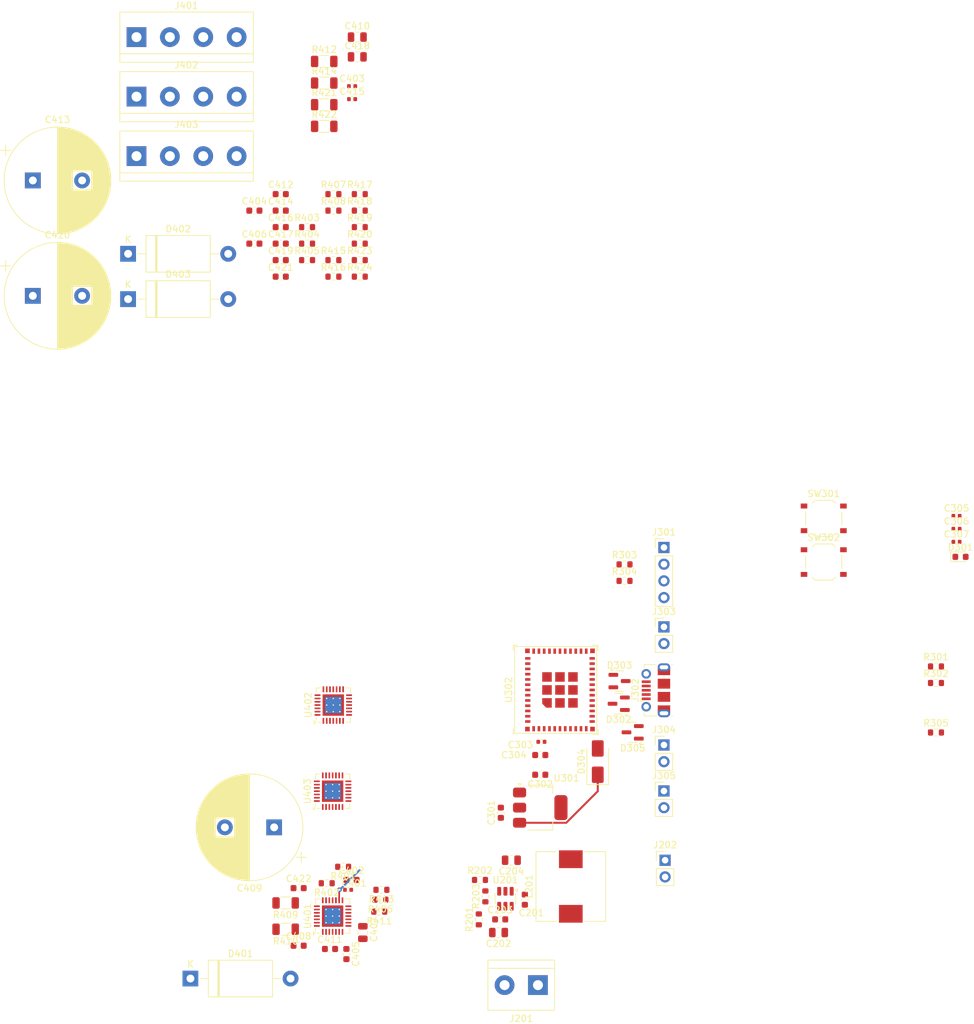
<source format=kicad_pcb>
(kicad_pcb (version 20241229) (generator "pcbnew") (generator_version "9.0")
  (layers (0 "F.Cu" signal) (2 "B.Cu" signal) (13 "F.Paste" user) (15 "B.Paste" user) (5 "F.SilkS" user "F.Silkscreen") (7 "B.SilkS" user "B.Silkscreen") (1 "F.Mask" user) (3 "B.Mask" user) (25 "Edge.Cuts" user))
  (net 0 "")
  (net 1 "+24V")
  (net 2 "GND")
  (net 3 "/Power Supply/BUCK_SW")
  (net 4 "+5V")
  (net 5 "/Power Supply/BUCK_EN")
  (net 6 "/Power Supply/BUCK_FB")
  (net 7 "+3.3V")
  (net 8 "/Microcontroller/EN")
  (net 9 "/Microcontroller/BOOT")
  (net 10 "/Stepper Drivers/A_VCP")
  (net 11 "/Stepper Drivers/H_VCP")
  (net 12 "/Stepper Drivers/A_VREG")
  (net 13 "/Stepper Drivers/H_VREG")
  (net 14 "/Stepper Drivers/A_CP1")
  (net 15 "/Stepper Drivers/A_CP2")
  (net 16 "/Stepper Drivers/H_CP2")
  (net 17 "/Stepper Drivers/H_CP1")
  (net 18 "/Stepper Drivers/V_VCP")
  (net 19 "/Stepper Drivers/V_VREG")
  (net 20 "/Stepper Drivers/V_CP1")
  (net 21 "/Stepper Drivers/V_CP2")
  (net 22 "/Power Supply/BUCK_BST")
  (net 23 "/Stepper Drivers/A_FLYBACK")
  (net 24 "/Stepper Drivers/H_FLYBACK")
  (net 25 "Net-(D301-A)")
  (net 26 "/Microcontroller/USB_D-")
  (net 27 "/Microcontroller/USB_D+")
  (net 28 "/Microcontroller/+VBUS")
  (net 29 "/Stepper Drivers/V_FLYBACK")
  (net 30 "/Microcontroller/RXD")
  (net 31 "/Microcontroller/TXD")
  (net 41 "/Microcontroller/AGITATION_SWITCH")
  (net 42 "/Microcontroller/VERTICAL_SWITCH")
  (net 43 "/Microcontroller/HORIZONTAL_SWITCH")
  (net 44 "/Stepper Drivers/AGITATE_2A")
  (net 45 "/Stepper Drivers/AGITATE_2B")
  (net 46 "/Stepper Drivers/AGITATE_1B")
  (net 47 "/Stepper Drivers/AGITATE_1A")
  (net 48 "/Stepper Drivers/HORIZONTAL_1A")
  (net 49 "/Stepper Drivers/HORIZONTAL_2A")
  (net 50 "/Stepper Drivers/HORIZONTAL_1B")
  (net 51 "/Stepper Drivers/HORIZONTAL_2B")
  (net 52 "/Stepper Drivers/VERTICAL_1A")
  (net 53 "/Stepper Drivers/VERTICAL_2B")
  (net 54 "/Stepper Drivers/VERTICAL_2A")
  (net 55 "/Stepper Drivers/VERTICAL_1B")
  (net 56 "/Microcontroller/TXD0")
  (net 57 "/Microcontroller/RXD0")
  (net 58 "/Microcontroller/IO8")
  (net 59 "/Stepper Drivers/A_VREF")
  (net 60 "/Stepper Drivers/H_VREF")
  (net 61 "/Stepper Drivers/A_ROSC")
  (net 62 "/Stepper Drivers/H_ROSC")
  (net 63 "/Stepper Drivers/A_SENSE1")
  (net 64 "/Stepper Drivers/A_SENSE2")
  (net 65 "/Stepper Drivers/A_RESET")
  (net 66 "/Stepper Drivers/H_SENSE1")
  (net 67 "/Stepper Drivers/A_SLEEP")
  (net 68 "/Stepper Drivers/H_SENSE2")
  (net 69 "/Stepper Drivers/H_RESET")
  (net 70 "/Stepper Drivers/H_SLEEP")
  (net 71 "/Stepper Drivers/V_VREF")
  (net 72 "/Stepper Drivers/V_ROSC")
  (net 73 "/Stepper Drivers/V_SENSE1")
  (net 74 "/Stepper Drivers/V_SENSE2")
  (net 75 "/Stepper Drivers/V_RESET")
  (net 76 "/Stepper Drivers/V_SLEEP")
  (net 85 "AGITATION_STEP")
  (net 86 "HORIZONTAL_DIR")
  (net 87 "VERTICAL_STEP")
  (net 88 "HORIZONTAL_STEP")
  (net 93 "VERTICAL_DIR")
  (net 96 "AGITATION_DIR")
  (footprint "Button_Switch_SMD:SW_Push_1P1T_XKB_TS-1187A" (layer "F.Cu") (at 222.14 80)
    (property "Reference" "SW301")
    (property "Value" "SW_Push")
  )
  (footprint "Package_TO_SOT_SMD:SOT-23" (layer "F.Cu") (at 193.0625 112.55 180)
    (property "Reference" "D305")
    (property "Value" "PSM712-LF-T7")
  )
  (footprint "Capacitor_SMD:C_0805_2012Metric" (layer "F.Cu") (at 151.1525 6.79)
    (property "Reference" "C410")
    (property "Value" "220n")
  )
  (footprint "Capacitor_SMD:C_0402_1005Metric" (layer "F.Cu") (at 150.3625 14.26)
    (property "Reference" "C403")
    (property "Value" "100n")
  )
  (footprint "TerminalBlock:TerminalBlock_bornier-4_P5.08mm" (layer "F.Cu") (at 117.5525 6.8)
    (property "Reference" "J401")
    (property "Value" "Conn_01x04")
  )
  (footprint "Diode_SMD:D_SMA" (layer "F.Cu") (at 187.75 117 90)
    (property "Reference" "D304")
    (property "Value" "SS14")
  )
  (footprint "Resistor_SMD:R_0603_1608Metric" (layer "F.Cu") (at 146.5 135.5 180)
    (property "Reference" "R402")
    (property "Value" "4k7")
  )
  (footprint "Resistor_SMD:R_0603_1608Metric" (layer "F.Cu") (at 147.5225 30.68)
    (property "Reference" "R407")
    (property "Value" "10k")
  )
  (footprint "Capacitor_SMD:C_0603_1608Metric" (layer "F.Cu") (at 139.5025 30.68)
    (property "Reference" "C412")
    (property "Value" "100n")
  )
  (footprint "Capacitor_SMD:C_0402_1005Metric" (layer "F.Cu") (at 150.3625 16.23)
    (property "Reference" "C415")
    (property "Value" "100n")
  )
  (footprint "LED_SMD:LED_0603_1608Metric" (layer "F.Cu") (at 242.96 85.85)
    (property "Reference" "D301")
    (property "Value" "RED")
  )
  (footprint "Resistor_SMD:R_0603_1608Metric" (layer "F.Cu") (at 143.5125 38.21)
    (property "Reference" "R404")
    (property "Value" "4k7")
  )
  (footprint "Connector_PinHeader_2.54mm:PinHeader_1x04_P2.54mm_Vertical" (layer "F.Cu") (at 197.825 84.43)
    (property "Reference" "J301")
    (property "Value" "Conn_01x04")
  )
  (footprint "Capacitor_SMD:C_0603_1608Metric" (layer "F.Cu") (at 139.5025 38.21)
    (property "Reference" "C417")
    (property "Value" "100n")
  )
  (footprint "Package_TO_SOT_SMD:SOT-23" (layer "F.Cu") (at 190.9375 108.2 180)
    (property "Reference" "D302")
    (property "Value" "PSM712-LF-T7")
  )
  (footprint "Resistor_SMD:R_0603_1608Metric" (layer "F.Cu") (at 154.5 139.825 180)
    (property "Reference" "R411")
    (property "Value" "10k")
  )
  (footprint "TerminalBlock:TerminalBlock_bornier-4_P5.08mm" (layer "F.Cu") (at 117.5525 24.9)
    (property "Reference" "J403")
    (property "Value" "Conn_01x04")
  )
  (footprint "Connector_PinHeader_2.54mm:PinHeader_1x02_P2.54mm_Vertical" (layer "F.Cu") (at 197.825 114.47)
    (property "Reference" "J304")
    (property "Value" "Conn_01x02")
  )
  (footprint "Capacitor_SMD:C_0402_1005Metric" (layer "F.Cu") (at 149.75 136.5 180)
    (property "Reference" "C401")
    (property "Value" "100n")
  )
  (footprint "Capacitor_THT:CP_Radial_D16.0mm_P7.50mm" (layer "F.Cu") (at 101.776991 46.15)
    (property "Reference" "C420")
    (property "Value" "100u")
  )
  (footprint "Resistor_SMD:R_0603_1608Metric" (layer "F.Cu") (at 169.825 135)
    (property "Reference" "R202")
    (property "Value" "68k")
  )
  (footprint "Resistor_SMD:R_0603_1608Metric" (layer "F.Cu") (at 151.5325 33.19)
    (property "Reference" "R418")
    (property "Value" "4k7")
  )
  (footprint "Resistor_SMD:R_0603_1608Metric" (layer "F.Cu") (at 143.5125 35.7)
    (property "Reference" "R403")
    (property "Value" "18k")
  )
  (footprint "Resistor_SMD:R_0603_1608Metric" (layer "F.Cu") (at 191.825 87)
    (property "Reference" "R303")
    (property "Value" "0R")
  )
  (footprint "Resistor_SMD:R_1206_3216Metric" (layer "F.Cu") (at 146.1225 20.37)
    (property "Reference" "R422")
    (property "Value" "75m")
  )
  (footprint "Connector_PinHeader_2.54mm:PinHeader_1x02_P2.54mm_Vertical" (layer "F.Cu") (at 197.825 121.47)
    (property "Reference" "J305")
    (property "Value" "Conn_01x02")
  )
  (footprint "Capacitor_SMD:C_0603_1608Metric" (layer "F.Cu") (at 147 145.5)
    (property "Reference" "C411")
    (property "Value" "100n")
  )
  (footprint "Capacitor_SMD:C_0402_1005Metric" (layer "F.Cu") (at 242.35 81.6)
    (property "Reference" "C306")
    (property "Value" "1u")
  )
  (footprint "Connector_PinHeader_2.54mm:PinHeader_1x02_P2.54mm_Vertical" (layer "F.Cu") (at 197.825 96.51)
    (property "Reference" "J303")
    (property "Value" "Conn_01x02")
  )
  (footprint "Diode_THT:D_DO-27_P15.24mm_Horizontal" (layer "F.Cu") (at 116.2725 39.76)
    (property "Reference" "D402")
    (property "Value" "IN5402")
  )
  (footprint "Resistor_SMD:R_1206_3216Metric" (layer "F.Cu") (at 146.1225 17.08)
    (property "Reference" "R421")
    (property "Value" "75m")
  )
  (footprint "Capacitor_SMD:C_0402_1005Metric" (layer "F.Cu") (at 179.175 113.99)
    (property "Reference" "C303")
    (property "Value" "100n")
  )
  (footprint "Capacitor_SMD:C_0805_2012Metric" (layer "F.Cu") (at 172.65 143 180)
    (property "Reference" "C202")
    (property "Value" "10u")
  )
  (footprint "Capacitor_SMD:C_0603_1608Metric" (layer "F.Cu") (at 139.5025 43.23)
    (property "Reference" "C421")
    (property "Value" "100n")
  )
  (footprint "Capacitor_SMD:C_0805_2012Metric" (layer "F.Cu") (at 152 143 -90)
    (property "Reference" "C407")
    (property "Value" "220n")
  )
  (footprint "Resistor_SMD:R_1206_3216Metric" (layer "F.Cu") (at 140.25 138.5 180)
    (property "Reference" "R409")
    (property "Value" "75m")
  )
  (footprint "Resistor_SMD:R_0603_1608Metric" (layer "F.Cu") (at 169.65 141 90)
    (property "Reference" "R201")
    (property "Value" "100k")
  )
  (footprint "Resistor_SMD:R_0603_1608Metric" (layer "F.Cu") (at 149 133 180)
    (property "Reference" "R401")
    (property "Value" "10k")
  )
  (footprint "Package_DFN_QFN:QFN-28-1EP_5x5mm_P0.5mm_EP3.25x3.25mm_ThermalVias" (layer "F.Cu") (at 147.4 140.5 90)
    (property "Reference" "U401")
    (property "Value" "A4988")
  )
  (footprint "Resistor_SMD:R_0603_1608Metric" (layer "F.Cu") (at 191.825 89.51)
    (property "Reference" "R304")
    (property "Value" "0R")
  )
  (footprint "Capacitor_SMD:C_0603_1608Metric" (layer "F.Cu") (at 135.4925 38.21)
    (property "Reference" "C406")
    (property "Value" "100n")
  )
  (footprint "Inductor_SMD:L_10.4x10.4_H4.8" (layer "F.Cu") (at 183.65 136 90)
    (property "Reference" "L201")
    (property "Value" "22u")
  )
  (footprint "Connector_USB:USB_Micro-B_Molex-105017-0001" (layer "F.Cu") (at 196.5875 106.15 90)
    (property "Reference" "J302")
    (property "Value" "USB_B_Micro")
  )
  (footprint "Capacitor_SMD:C_0603_1608Metric" (layer "F.Cu") (at 179 119 180)
    (property "Reference" "C302")
    (property "Value" "22u")
  )
  (footprint "Capacitor_SMD:C_0603_1608Metric" (layer "F.Cu") (at 139.5025 40.72)
    (property "Reference" "C419")
    (property "Value" "100n")
  )
  (footprint "Package_TO_SOT_SMD:SOT-223-3_TabPin2" (layer "F.Cu") (at 179 124)
    (property "Reference" "U301")
    (property "Value" "AMS1117")
  )
  (footprint "Capacitor_THT:CP_Radial_D16.0mm_P7.50mm" (layer "F.Cu") (at 138.5 127 180)
    (property "Reference" "C409")
    (property "Value" "100u")
  )
  (footprint "Resistor_SMD:R_0603_1608Metric" (layer "F.Cu") (at 151.5325 43.23)
    (property "Reference" "R424")
    (property "Value" "100k")
  )
  (footprint "Capacitor_SMD:C_0603_1608Metric" (layer "F.Cu") (at 142.225 136.25)
    (property "Reference" "C422")
    (property "Value" "100n")
  )
  (footprint "Resistor_SMD:R_0603_1608Metric" (layer "F.Cu") (at 151.5325 40.72)
    (property "Reference" "R423")
    (property "Value" "10k")
  )
  (footprint "Capacitor_THT:CP_Radial_D16.0mm_P7.50mm" (layer "F.Cu") (at 101.776991 28.6)
    (property "Reference" "C413")
    (property "Value" "100u")
  )
  (footprint "Package_TO_SOT_SMD:SOT-23-6" (layer "F.Cu") (at 173.7 137.8625 -90)
    (property "Reference" "U201")
    (property "Value" "TP6841S6")
  )
  (footprint "Capacitor_SMD:C_0805_2012Metric" (layer "F.Cu") (at 174.6 132 180)
    (property "Reference" "C204")
    (property "Value" "10u")
  )
  (footprint "Capacitor_SMD:C_0402_1005Metric" (layer "F.Cu") (at 242.35 83.57)
    (property "Reference" "C307")
    (property "Value" "100n")
  )
  (footprint "Resistor_SMD:R_0603_1608Metric" (layer "F.Cu") (at 151.5325 30.68)
    (property "Reference" "R417")
    (property "Value" "12k")
  )
  (footprint "Package_DFN_QFN:QFN-28-1EP_5x5mm_P0.5mm_EP3.25x3.25mm_ThermalVias" (layer "F.Cu") (at 147.4 121.5 90)
    (property "Reference" "U403")
    (property "Value" "A4988")
  )
  (footprint "TerminalBlock:TerminalBlock_bornier-4_P5.08mm" (layer "F.Cu") (at 117.5525 15.85)
    (property "Reference" "J402")
    (property "Value" "Conn_01x04")
  )
  (footprint "Package_DFN_QFN:QFN-28-1EP_5x5mm_P0.5mm_EP3.25x3.25mm_ThermalVias" (layer "F.Cu") (at 147.5 108.4 90)
    (property "Reference" "U402")
    (property "Value" "A4988")
  )
  (footprint "Capacitor_SMD:C_0603_1608Metric" (layer "F.Cu") (at 142.225 145)
    (property "Reference" "C408")
    (property "Value" "100n")
  )
  (footprint "Package_TO_SOT_SMD:SOT-23" (layer "F.Cu") (at 191.0625 104.75)
    (property "Reference" "D303")
    (property "Value" "PSM712-LF-T7")
  )
  (footprint "Capacitor_SMD:C_0603_1608Metric" (layer "F.Cu") (at 139.5025 35.7)
    (property "Reference" "C416")
    (property "Value" "22u")
  )
  (footprint "Resistor_SMD:R_1206_3216Metric" (layer "F.Cu") (at 146.1225 10.5)
    (property "Reference" "R412")
    (property "Value" "75m")
  )
  (footprint "Resistor_SMD:R_0603_1608Metric" (layer "F.Cu") (at 239.225 112.57)
    (property "Reference" "R305")
    (property "Value" "10k")
  )
  (footprint "Capacitor_SMD:C_0603_1608Metric" (layer "F.Cu") (at 176.65 138 90)
    (property "Reference" "C201")
    (property "Value" "100n")
  )
  (footprint "Capacitor_SMD:C_0603_1608Metric" (layer "F.Cu") (at 173 124.775 90)
    (property "Reference" "C301")
    (property "Value" "22u")
  )
  (footprint "Espressif:ESP32-C6-MINI-1U" (layer "F.Cu") (at 179.3 106.1 90)
    (property "Reference" "U302")
    (property "Value" "ESP32-C6-MINI-1")
  )
  (footprint "Capacitor_SMD:C_0603_1608Metric" (layer "F.Cu") (at 179 116 180)
    (property "Reference" "C304")
    (property "Value" "22u")
  )
  (footprint "Capacitor_SMD:C_0402_1005Metric" (layer "F.Cu") (at 242.35 79.63)
    (property "Reference" "C305")
    (property "Value" "100n")
  )
  (footprint "Resistor_SMD:R_0603_1608Metric" (layer "F.Cu") (at 170.65 137.5 90)
    (property "Reference" "R203")
    (property "Value" "13k")
  )
  (footprint "Resistor_SMD:R_0603_1608Metric" (layer "F.Cu") (at 239.225 105.04)
    (property "Reference" "R302")
    (property "Value" "10k")
  )
  (footprint "Resistor_SMD:R_0603_1608Metric" (layer "F.Cu") (at 147.5225 43.23)
    (property "Reference" "R416")
    (property "Value" "100k")
  )
  (footprint "Resistor_SMD:R_1206_3216Metric" (layer "F.Cu") (at 140.25 142.5 180)
    (property "Reference" "R410")
    (property "Value" "75m")
  )
  (footprint "TerminalBlock:TerminalBlock_bornier-2_P5.08mm" (layer "F.Cu") (at 178.65 151 180)
    (property "Reference" "J201")
    (property "Value" "Conn_01x02")
  )
  (footprint "Button_Switch_SMD:SW_Push_1P1T_XKB_TS-1187A" (layer "F.Cu") (at 222.14 86.65)
    (property "Reference" "SW302")
    (property "Value" "SW_Push")
  )
  (footprint "Capacitor_SMD:C_0603_1608Metric" (layer "F.Cu") (at 135.4925 33.19)
    (property "Reference" "C404")
    (property "Value" "22u")
  )
  (footprint "Resistor_SMD:R_0603_1608Metric" (layer "F.Cu") (at 154.825 136.5 180)
    (property "Reference" "R413")
    (property "Value" "100k")
  )
  (footprint "Resistor_SMD:R_0603_1608Metric" (layer "F.Cu") (at 151.5325 35.7)
    (property "Reference" "R419")
    (property "Value" "10k")
  )
  (footprint "Capacitor_SMD:C_0603_1608Metric" (layer "F.Cu") (at 139.5025 33.19)
    (property "Reference" "C414")
    (property "Value" "100n")
  )
  (footprint "Resistor_SMD:R_0603_1608Metric" (layer "F.Cu") (at 151.5325 38.21)
    (property "Reference" "R420")
    (property "Value" "24k")
  )
  (footprint "Capacitor_SMD:C_0603_1608Metric" (layer "F.Cu") (at 172.9 141)
    (property "Reference" "C203")
    (property "Value" "100n")
  )
  (footprint "Capacitor_SMD:C_0603_1608Metric" (layer "F.Cu") (at 150.275 135)
    (property "Reference" "C402")
    (property "Value" "22u")
  )
  (footprint "Resistor_SMD:R_0603_1608Metric" (layer "F.Cu") (at 147.5225 33.19)
    (property "Reference" "R408")
    (property "Value" "24k")
  )
  (footprint "Diode_THT:D_DO-27_P15.24mm_Horizontal" (layer "F.Cu") (at 125.76 150)
    (property "Reference" "D401")
    (property "Value" "IN5402")
  )
  (footprint "Resistor_SMD:R_1206_3216Metric" (layer "F.Cu") (at 146.1225 13.79)
    (property "Reference" "R414")
    (property "Value" "75m")
  )
  (footprint "Resistor_SMD:R_0603_1608Metric" (layer "F.Cu") (at 147.5225 40.72)
    (property "Reference" "R415")
    (property "Value" "10k")
  )
  (footprint "Connector_PinHeader_2.54mm:PinHeader_1x02_P2.54mm_Vertical" (layer "F.Cu") (at 198 132)
    (property "Reference" "J202")
    (property "Value" "Conn_01x02")
  )
  (footprint "Capacitor_SMD:C_0603_1608Metric" (layer "F.Cu") (at 149.5 146.275 -90)
    (property "Reference" "C405")
    (property "Value" "100n")
  )
  (footprint "Capacitor_SMD:C_0805_2012Metric" (layer "F.Cu") (at 151.1525 9.8)
    (property "Reference" "C418")
    (property "Value" "220n")
  )
  (footprint "Resistor_SMD:R_0603_1608Metric" (layer "F.Cu") (at 239.225 102.53)
    (property "Reference" "R301")
    (property "Value" "5k1")
  )
  (footprint "Diode_THT:D_DO-27_P15.24mm_Horizontal" (layer "F.Cu") (at 116.2725 46.65)
    (property "Reference" "D403")
    (property "Value" "IN5402")
  )
  (footprint "Resistor_SMD:R_0603_1608Metric" (layer "F.Cu") (at 143.5125 40.72)
    (property "Reference" "R405")
    (property "Value" "10k")
  )
  (footprint "Resistor_SMD:R_0603_1608Metric" (layer "F.Cu") (at 154.675 138 180)
    (property "Reference" "R406")
    (property "Value" "24k")
  )
  (segment (start 187.75 119) (end 187.75 121.510768) (width 0.3) (layer "F.Cu") (net 4))
  (segment (start 182.960768 126.3) (end 175.85 126.3) (width 0.3) (layer "F.Cu") (net 4))
  (segment (start 187.75 121.510768) (end 182.960768 126.3) (width 0.3) (layer "F.Cu") (net 4))
  (segment (start 148.4 136.530409) (end 148.44 136.490409) (width 0.25) (layer "F.Cu") (net 85))
  (segment (start 148.4 138.1) (end 148.4 136.530409) (width 0.25) (layer "F.Cu") (net 85))
  (via (at 148.44 136.490409) (size 0.7) (drill 0.3) (layers "F.Cu" "B.Cu") (net 85))
  (segment (start 148.509591 136.490409) (end 151.5 133.5) (width 0.3) (layer "B.Cu") (net 85))
  (segment (start 148.44 136.490409) (end 148.509591 136.490409) (width 0.3) (layer "B.Cu") (net 85))
)
</source>
